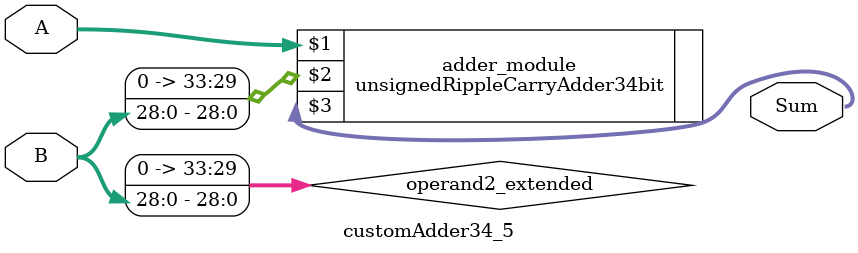
<source format=v>
module customAdder34_5(
                        input [33 : 0] A,
                        input [28 : 0] B,
                        
                        output [34 : 0] Sum
                );

        wire [33 : 0] operand2_extended;
        
        assign operand2_extended =  {5'b0, B};
        
        unsignedRippleCarryAdder34bit adder_module(
            A,
            operand2_extended,
            Sum
        );
        
        endmodule
        
</source>
